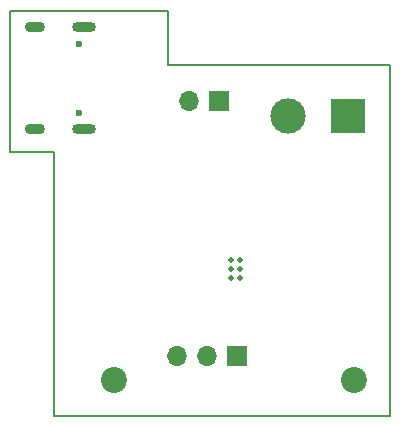
<source format=gbs>
%TF.GenerationSoftware,KiCad,Pcbnew,7.0.2*%
%TF.CreationDate,2025-03-07T15:31:29-05:00*%
%TF.ProjectId,3BQ5101eBRHLR,33425135-3130-4316-9542-52484c522e6b,rev?*%
%TF.SameCoordinates,Original*%
%TF.FileFunction,Soldermask,Bot*%
%TF.FilePolarity,Negative*%
%FSLAX46Y46*%
G04 Gerber Fmt 4.6, Leading zero omitted, Abs format (unit mm)*
G04 Created by KiCad (PCBNEW 7.0.2) date 2025-03-07 15:31:29*
%MOMM*%
%LPD*%
G01*
G04 APERTURE LIST*
%ADD10C,0.150000*%
%ADD11R,1.700000X1.700000*%
%ADD12O,1.700000X1.700000*%
%ADD13C,0.600000*%
%ADD14O,2.000000X0.900000*%
%ADD15O,1.700000X0.900000*%
%ADD16C,2.200000*%
%ADD17C,0.508000*%
%ADD18R,3.000000X3.000000*%
%ADD19C,3.000000*%
G04 APERTURE END LIST*
D10*
X158750000Y-87376000D02*
X145415000Y-87376000D01*
X158750000Y-91948000D02*
X158750000Y-87376000D01*
X177546000Y-91948000D02*
X158750000Y-91948000D01*
X177546000Y-121666000D02*
X177546000Y-91948000D01*
X149098000Y-121666000D02*
X177546000Y-121666000D01*
X149098000Y-99314000D02*
X149098000Y-121666000D01*
X145415000Y-99314000D02*
X149098000Y-99314000D01*
X145415000Y-87376000D02*
X145415000Y-99314000D01*
D11*
%TO.C,Out1*%
X163048000Y-95021000D03*
D12*
X160508000Y-95021000D03*
%TD*%
D13*
%TO.C,J3*%
X151183000Y-90201000D03*
X151183000Y-95981000D03*
D14*
X151663000Y-88771000D03*
D15*
X147493000Y-88771000D03*
D14*
X151663000Y-97411000D03*
D15*
X147493000Y-97411000D03*
%TD*%
D16*
%TO.C,REF\u002A\u002A*%
X174498000Y-118618000D03*
%TD*%
D17*
%TO.C,U1*%
X164058600Y-108432600D03*
X164058600Y-109220000D03*
X164058600Y-110007400D03*
X164846000Y-108432600D03*
X164846000Y-109220000D03*
X164846000Y-110007400D03*
%TD*%
D11*
%TO.C,EN1*%
X164592000Y-116586000D03*
D12*
X162052000Y-116586000D03*
X159512000Y-116586000D03*
%TD*%
D18*
%TO.C,Coil1*%
X173990000Y-96266000D03*
D19*
X168910000Y-96266000D03*
%TD*%
D16*
%TO.C,REF\u002A\u002A*%
X154178000Y-118618000D03*
%TD*%
M02*

</source>
